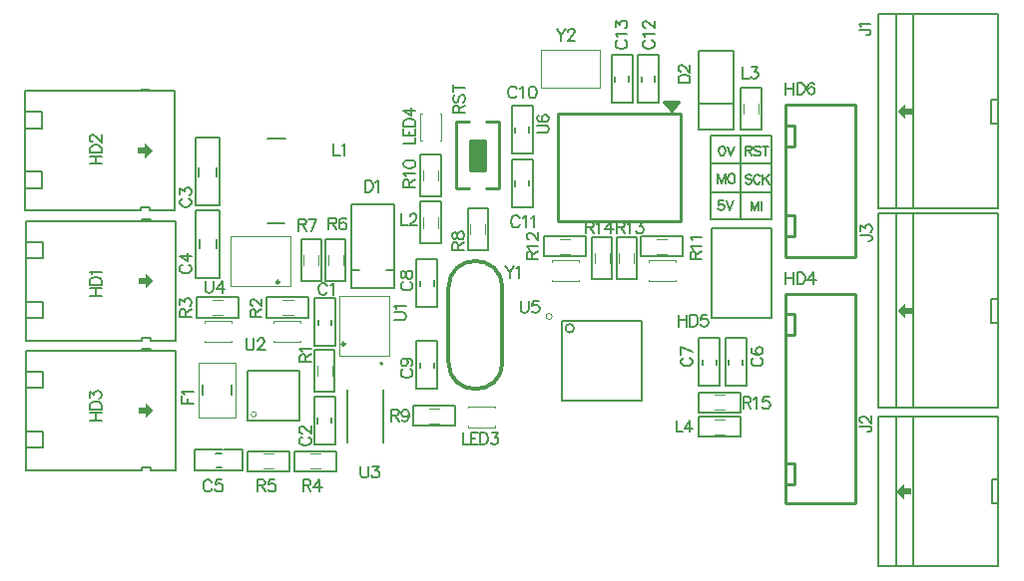
<source format=gto>
G04*
G04 #@! TF.GenerationSoftware,Altium Limited,Altium Designer,18.1.6 (161)*
G04*
G04 Layer_Color=65535*
%FSTAX24Y24*%
%MOIN*%
G70*
G01*
G75*
%ADD10C,0.0000*%
%ADD11C,0.0060*%
%ADD12C,0.0120*%
%ADD13C,0.0098*%
%ADD14C,0.0100*%
%ADD15C,0.0079*%
%ADD16C,0.0050*%
%ADD17C,0.0070*%
%ADD18C,0.0040*%
%ADD19C,0.0039*%
%ADD20C,0.0059*%
%ADD21R,0.0500X0.1000*%
G36*
X01316Y03508D02*
X01291Y03533D01*
Y03518D01*
X01266D01*
Y03498D01*
X01291D01*
Y03483D01*
X01316Y03508D01*
D02*
G37*
G36*
Y0394D02*
X01291Y03965D01*
Y0395D01*
X01266D01*
Y0393D01*
X01291D01*
Y03915D01*
X01316Y0394D01*
D02*
G37*
G36*
X01314Y043756D02*
X01289Y044006D01*
Y043856D01*
X01264D01*
Y043656D01*
X01289D01*
Y043506D01*
X01314Y043756D01*
D02*
G37*
G36*
X03799Y032365D02*
X03824Y032115D01*
Y032265D01*
X03849D01*
Y032465D01*
X03824D01*
Y032615D01*
X03799Y032365D01*
D02*
G37*
G36*
X03804Y0384D02*
X03829Y03815D01*
Y0383D01*
X03854D01*
Y0385D01*
X03829D01*
Y03865D01*
X03804Y0384D01*
D02*
G37*
G36*
X03046Y045114D02*
X03071Y045414D01*
X03021D01*
X03046Y045114D01*
D02*
G37*
G36*
X03804Y04507D02*
X03829Y04482D01*
Y04497D01*
X03854D01*
Y04517D01*
X03829D01*
Y04532D01*
X03804Y04507D01*
D02*
G37*
D10*
X026478Y038214D02*
G03*
X026478Y038214I-0001J0D01*
G01*
X016599Y03494D02*
G03*
X016599Y03494I-000088J0D01*
G01*
D11*
X027211Y037818D02*
G03*
X027211Y037818I-000141J0D01*
G01*
X026811Y038076D02*
X029489D01*
X026811Y035399D02*
Y038076D01*
Y035399D02*
X029489D01*
Y038076D01*
D12*
X02482Y03917D02*
G03*
X02302Y03917I-0009J0D01*
G01*
Y03669D02*
G03*
X02482Y03669I0009J0D01*
G01*
X02302D02*
Y03917D01*
X02482Y03669D02*
Y03917D01*
D13*
X01737Y039361D02*
G03*
X01737Y039361I-000049J0D01*
G01*
X019559Y037299D02*
G03*
X019559Y037299I-000049J0D01*
G01*
D14*
X017371Y039361D02*
G03*
X017371Y039361I-00005J0D01*
G01*
X01956Y037299D02*
G03*
X01956Y037299I-00005J0D01*
G01*
X02666Y045014D02*
X03076D01*
X02666Y041414D02*
Y045014D01*
Y041414D02*
X03076D01*
Y045014D01*
X03046Y045114D02*
X03071Y045414D01*
X03021D02*
X03071D01*
X03021D02*
X03046Y045114D01*
X02427Y04472D02*
X02472D01*
X02326D02*
X02371D01*
X02374Y04311D02*
X02424D01*
Y04411D01*
X02374D02*
X02424D01*
X02374Y04311D02*
Y04411D01*
X02326Y0425D02*
Y04472D01*
X02472Y0425D02*
Y04472D01*
X02427Y0425D02*
X02472D01*
X02326D02*
X02371D01*
X03426Y03261D02*
X03456D01*
Y03331D01*
X03426D02*
X03456D01*
X03426Y03761D02*
X03456D01*
Y03831D01*
X03426D02*
X03456D01*
X03426Y03196D02*
Y03896D01*
Y03196D02*
X03661D01*
Y03896D01*
X03426D02*
X03661D01*
X03426Y04531D02*
X03661D01*
Y04021D02*
Y04531D01*
X03426Y04021D02*
X03661D01*
X03426D02*
Y04531D01*
Y04461D02*
X03456D01*
Y04391D02*
Y04461D01*
X03426Y04391D02*
X03456D01*
X03426Y04161D02*
X03456D01*
Y04091D02*
Y04161D01*
X03426Y04091D02*
X03456D01*
D15*
X020823Y036638D02*
G03*
X020823Y036638I-000039J0D01*
G01*
X032261Y03589D02*
X032961D01*
X032261Y03749D02*
X032961D01*
X032261Y03589D02*
Y03682D01*
Y036834D02*
Y03749D01*
X032961Y036834D02*
Y03749D01*
Y03589D02*
Y03684D01*
X031382Y03589D02*
X032082D01*
X031382Y03749D02*
X032082D01*
X031382Y03589D02*
Y03682D01*
Y036834D02*
Y03749D01*
X032082Y036834D02*
Y03749D01*
Y03589D02*
Y03684D01*
X03181Y04116D02*
X03381D01*
X03181Y03816D02*
Y04116D01*
Y03816D02*
X03381D01*
Y04116D01*
X031359Y047112D02*
X032544D01*
X031359Y044475D02*
Y047112D01*
Y044475D02*
X032544D01*
Y047112D01*
X031367Y04534D02*
X032533D01*
X02934Y046956D02*
X03004D01*
X02934Y045356D02*
X03004D01*
Y046026D02*
Y046956D01*
Y045356D02*
Y046011D01*
X02934Y045356D02*
Y046011D01*
Y046006D02*
Y046956D01*
X028461D02*
X029161D01*
X028461Y045356D02*
X029161D01*
Y046026D02*
Y046956D01*
Y045356D02*
Y046011D01*
X028461Y045356D02*
Y046011D01*
Y046006D02*
Y046956D01*
X02513Y04366D02*
X02583D01*
X02513Y04526D02*
X02583D01*
X02513Y04366D02*
Y04459D01*
Y044604D02*
Y04526D01*
X02583Y044604D02*
Y04526D01*
Y04366D02*
Y04461D01*
X02513Y041881D02*
X02583D01*
X02513Y043481D02*
X02583D01*
X02513Y041881D02*
Y042811D01*
Y042826D02*
Y043481D01*
X02583Y042826D02*
Y043481D01*
Y041881D02*
Y042831D01*
X02195Y035786D02*
X02265D01*
X02195Y037386D02*
X02265D01*
X02195Y035786D02*
Y036716D01*
Y03673D02*
Y037386D01*
X02265Y03673D02*
Y037386D01*
Y035786D02*
Y036736D01*
X02195Y04012D02*
X02265D01*
X02195Y03852D02*
X02265D01*
Y03919D02*
Y04012D01*
Y03852D02*
Y039176D01*
X02195Y03852D02*
Y039176D01*
Y03917D02*
Y04012D01*
X01458Y04419D02*
X01538D01*
Y04193D02*
Y04419D01*
X01469Y04291D02*
Y04319D01*
X01526Y04291D02*
Y04319D01*
X01458Y04193D02*
X01538D01*
X01458D02*
Y04419D01*
Y03951D02*
X01538D01*
X01458D02*
Y04177D01*
X01527Y04051D02*
Y04079D01*
X0147Y04051D02*
Y04079D01*
X01458Y04177D02*
X01538D01*
Y03951D02*
Y04177D01*
X01854Y03722D02*
X01924D01*
X01854Y03882D02*
X01924D01*
X01854Y03722D02*
Y03815D01*
Y038164D02*
Y03882D01*
X01924Y038164D02*
Y03882D01*
Y03722D02*
Y03817D01*
X01853Y035531D02*
X01923D01*
X01853Y033931D02*
X01923D01*
Y034601D02*
Y035531D01*
Y033931D02*
Y034587D01*
X01853Y033931D02*
Y034587D01*
Y034581D02*
Y035531D01*
X015788Y035603D02*
Y035918D01*
X014798Y035613D02*
Y035928D01*
X01455Y03306D02*
Y03376D01*
X01615Y03306D02*
Y03376D01*
X01455D02*
X01548D01*
X015494D02*
X01615D01*
X015494Y03306D02*
X01615D01*
X01455D02*
X0155D01*
X03071Y038274D02*
Y03788D01*
X030972Y038274D02*
Y03788D01*
X03071Y038086D02*
X030972D01*
X031081Y038274D02*
Y03788D01*
Y038274D02*
X031212D01*
X031269Y038255D01*
X031306Y038217D01*
X031325Y03818D01*
X031344Y038124D01*
Y03803D01*
X031325Y037974D01*
X031306Y037936D01*
X031269Y037899D01*
X031212Y03788D01*
X031081D01*
X031657Y038274D02*
X031469D01*
X03145Y038105D01*
X031469Y038124D01*
X031525Y038142D01*
X031582D01*
X031638Y038124D01*
X031675Y038086D01*
X031694Y03803D01*
Y037992D01*
X031675Y037936D01*
X031638Y037899D01*
X031582Y03788D01*
X031525D01*
X031469Y037899D01*
X03145Y037917D01*
X031432Y037955D01*
X03429Y039684D02*
Y03929D01*
X034552Y039684D02*
Y03929D01*
X03429Y039496D02*
X034552D01*
X034661Y039684D02*
Y03929D01*
Y039684D02*
X034792D01*
X034849Y039665D01*
X034886Y039627D01*
X034905Y03959D01*
X034924Y039534D01*
Y03944D01*
X034905Y039384D01*
X034886Y039346D01*
X034849Y039309D01*
X034792Y03929D01*
X034661D01*
X035199Y039684D02*
X035012Y039421D01*
X035293D01*
X035199Y039684D02*
Y03929D01*
X01626Y037484D02*
Y037202D01*
X016279Y037146D01*
X016316Y037109D01*
X016372Y03709D01*
X01641D01*
X016466Y037109D01*
X016504Y037146D01*
X016522Y037202D01*
Y037484D01*
X01665Y03739D02*
Y037409D01*
X016669Y037446D01*
X016687Y037465D01*
X016725Y037484D01*
X0168D01*
X016837Y037465D01*
X016856Y037446D01*
X016875Y037409D01*
Y037371D01*
X016856Y037334D01*
X016819Y037277D01*
X016631Y03709D01*
X016894D01*
X0149Y039404D02*
Y039122D01*
X014919Y039066D01*
X014956Y039029D01*
X015012Y03901D01*
X01505D01*
X015106Y039029D01*
X015144Y039066D01*
X015162Y039122D01*
Y039404D01*
X015459D02*
X015271Y039141D01*
X015552D01*
X015459Y039404D02*
Y03901D01*
X014116Y03531D02*
X01451D01*
X014116D02*
Y035554D01*
X014304Y03531D02*
Y03546D01*
X014191Y035599D02*
X014173Y035636D01*
X014116Y035692D01*
X01451D01*
X02664Y047834D02*
X02679Y047646D01*
Y04744D01*
X02694Y047834D02*
X02679Y047646D01*
X027009Y04774D02*
Y047759D01*
X027028Y047796D01*
X027047Y047815D01*
X027084Y047834D01*
X027159D01*
X027197Y047815D01*
X027215Y047796D01*
X027234Y047759D01*
Y047721D01*
X027215Y047684D01*
X027178Y047627D01*
X026991Y04744D01*
X027253D01*
X02492Y039904D02*
X02507Y039716D01*
Y03951D01*
X02522Y039904D02*
X02507Y039716D01*
X025271Y039829D02*
X025308Y039847D01*
X025364Y039904D01*
Y03951D01*
X025976Y04435D02*
X026258D01*
X026314Y044369D01*
X026351Y044406D01*
X02637Y044462D01*
Y0445D01*
X026351Y044556D01*
X026314Y044594D01*
X026258Y044612D01*
X025976D01*
X026033Y044946D02*
X025995Y044927D01*
X025976Y044871D01*
Y044834D01*
X025995Y044777D01*
X026051Y04474D01*
X026145Y044721D01*
X026239D01*
X026314Y04474D01*
X026351Y044777D01*
X02637Y044834D01*
Y044852D01*
X026351Y044909D01*
X026314Y044946D01*
X026258Y044965D01*
X026239D01*
X026183Y044946D01*
X026145Y044909D01*
X026126Y044852D01*
Y044834D01*
X026145Y044777D01*
X026183Y04474D01*
X026239Y044721D01*
X02543Y038734D02*
Y038452D01*
X025449Y038396D01*
X025486Y038359D01*
X025542Y03834D01*
X02558D01*
X025636Y038359D01*
X025674Y038396D01*
X025692Y038452D01*
Y038734D01*
X026026D02*
X025839D01*
X02582Y038565D01*
X025839Y038584D01*
X025895Y038602D01*
X025951D01*
X026007Y038584D01*
X026045Y038546D01*
X026064Y03849D01*
Y038452D01*
X026045Y038396D01*
X026007Y038359D01*
X025951Y03834D01*
X025895D01*
X025839Y038359D01*
X02582Y038377D01*
X025801Y038415D01*
X02008Y033214D02*
Y032932D01*
X020099Y032876D01*
X020136Y032839D01*
X020192Y03282D01*
X02023D01*
X020286Y032839D01*
X020324Y032876D01*
X020342Y032932D01*
Y033214D01*
X020489D02*
X020695D01*
X020582Y033064D01*
X020639D01*
X020676Y033045D01*
X020695Y033026D01*
X020714Y03297D01*
Y032932D01*
X020695Y032876D01*
X020657Y032839D01*
X020601Y03282D01*
X020545D01*
X020489Y032839D01*
X02047Y032857D01*
X020451Y032895D01*
X021206Y03809D02*
X021488D01*
X021544Y038109D01*
X021581Y038146D01*
X0216Y038202D01*
Y03824D01*
X021581Y038296D01*
X021544Y038334D01*
X021488Y038352D01*
X021206D01*
X021281Y038461D02*
X021263Y038499D01*
X021206Y038555D01*
X0216D01*
X023176Y04502D02*
X02357D01*
X023176D02*
Y045189D01*
X023195Y045245D01*
X023214Y045264D01*
X023251Y045282D01*
X023289D01*
X023326Y045264D01*
X023345Y045245D01*
X023364Y045189D01*
Y04502D01*
Y045151D02*
X02357Y045282D01*
X023233Y045633D02*
X023195Y045595D01*
X023176Y045539D01*
Y045464D01*
X023195Y045408D01*
X023233Y045371D01*
X02327D01*
X023308Y045389D01*
X023326Y045408D01*
X023345Y045445D01*
X023383Y045558D01*
X023401Y045595D01*
X02342Y045614D01*
X023458Y045633D01*
X023514D01*
X023551Y045595D01*
X02357Y045539D01*
Y045464D01*
X023551Y045408D01*
X023514Y045371D01*
X023176Y045852D02*
X02357D01*
X023176Y045721D02*
Y045983D01*
X03286Y035524D02*
Y03513D01*
Y035524D02*
X033029D01*
X033085Y035505D01*
X033104Y035486D01*
X033122Y035449D01*
Y035411D01*
X033104Y035374D01*
X033085Y035355D01*
X033029Y035336D01*
X03286D01*
X032991D02*
X033122Y03513D01*
X033211Y035449D02*
X033248Y035467D01*
X033304Y035524D01*
Y03513D01*
X033724Y035524D02*
X033537D01*
X033518Y035355D01*
X033537Y035374D01*
X033593Y035392D01*
X033649D01*
X033705Y035374D01*
X033743Y035336D01*
X033762Y03528D01*
Y035242D01*
X033743Y035186D01*
X033705Y035149D01*
X033649Y03513D01*
X033593D01*
X033537Y035149D01*
X033518Y035167D01*
X033499Y035205D01*
X02761Y041384D02*
Y04099D01*
Y041384D02*
X027779D01*
X027835Y041365D01*
X027854Y041346D01*
X027872Y041309D01*
Y041271D01*
X027854Y041234D01*
X027835Y041215D01*
X027779Y041196D01*
X02761D01*
X027741D02*
X027872Y04099D01*
X027961Y041309D02*
X027998Y041327D01*
X028054Y041384D01*
Y04099D01*
X028437Y041384D02*
X028249Y041121D01*
X02853D01*
X028437Y041384D02*
Y04099D01*
X02864Y041384D02*
Y04099D01*
Y041384D02*
X028809D01*
X028865Y041365D01*
X028884Y041346D01*
X028902Y041309D01*
Y041271D01*
X028884Y041234D01*
X028865Y041215D01*
X028809Y041196D01*
X02864D01*
X028771D02*
X028902Y04099D01*
X028991Y041309D02*
X029028Y041327D01*
X029084Y041384D01*
Y04099D01*
X029317Y041384D02*
X029523D01*
X02941Y041234D01*
X029467D01*
X029504Y041215D01*
X029523Y041196D01*
X029542Y04114D01*
Y041102D01*
X029523Y041046D01*
X029485Y041009D01*
X029429Y04099D01*
X029373D01*
X029317Y041009D01*
X029298Y041027D01*
X029279Y041065D01*
X025626Y04013D02*
X02602D01*
X025626D02*
Y040299D01*
X025645Y040355D01*
X025664Y040374D01*
X025701Y040392D01*
X025739D01*
X025776Y040374D01*
X025795Y040355D01*
X025814Y040299D01*
Y04013D01*
Y040261D02*
X02602Y040392D01*
X025701Y040481D02*
X025683Y040518D01*
X025626Y040574D01*
X02602D01*
X02572Y040788D02*
X025701D01*
X025664Y040807D01*
X025645Y040825D01*
X025626Y040863D01*
Y040938D01*
X025645Y040975D01*
X025664Y040994D01*
X025701Y041013D01*
X025739D01*
X025776Y040994D01*
X025833Y040957D01*
X02602Y040769D01*
Y041032D01*
X031096Y04013D02*
X03149D01*
X031096D02*
Y040299D01*
X031115Y040355D01*
X031134Y040374D01*
X031171Y040392D01*
X031209D01*
X031246Y040374D01*
X031265Y040355D01*
X031284Y040299D01*
Y04013D01*
Y040261D02*
X03149Y040392D01*
X031171Y040481D02*
X031153Y040518D01*
X031096Y040574D01*
X03149D01*
X031171Y040769D02*
X031153Y040807D01*
X031096Y040863D01*
X03149D01*
X021516Y04254D02*
X02191D01*
X021516D02*
Y042709D01*
X021535Y042765D01*
X021554Y042784D01*
X021591Y042802D01*
X021629D01*
X021666Y042784D01*
X021685Y042765D01*
X021704Y042709D01*
Y04254D01*
Y042671D02*
X02191Y042802D01*
X021591Y042891D02*
X021573Y042928D01*
X021516Y042984D01*
X02191D01*
X021516Y043292D02*
X021535Y043235D01*
X021591Y043198D01*
X021685Y043179D01*
X021741D01*
X021835Y043198D01*
X021891Y043235D01*
X02191Y043292D01*
Y043329D01*
X021891Y043385D01*
X021835Y043423D01*
X021741Y043442D01*
X021685D01*
X021591Y043423D01*
X021535Y043385D01*
X021516Y043329D01*
Y043292D01*
X0211Y035104D02*
Y03471D01*
Y035104D02*
X021269D01*
X021325Y035085D01*
X021344Y035066D01*
X021362Y035029D01*
Y034991D01*
X021344Y034954D01*
X021325Y034935D01*
X021269Y034916D01*
X0211D01*
X021231D02*
X021362Y03471D01*
X021694Y034972D02*
X021675Y034916D01*
X021638Y034879D01*
X021582Y03486D01*
X021563D01*
X021507Y034879D01*
X021469Y034916D01*
X021451Y034972D01*
Y034991D01*
X021469Y035047D01*
X021507Y035085D01*
X021563Y035104D01*
X021582D01*
X021638Y035085D01*
X021675Y035047D01*
X021694Y034972D01*
Y034879D01*
X021675Y034785D01*
X021638Y034729D01*
X021582Y03471D01*
X021544D01*
X021488Y034729D01*
X021469Y034766D01*
X023146Y04044D02*
X02354D01*
X023146D02*
Y040609D01*
X023165Y040665D01*
X023184Y040684D01*
X023221Y040702D01*
X023259D01*
X023296Y040684D01*
X023315Y040665D01*
X023334Y040609D01*
Y04044D01*
Y040571D02*
X02354Y040702D01*
X023146Y040884D02*
X023165Y040828D01*
X023203Y040809D01*
X02324D01*
X023278Y040828D01*
X023296Y040865D01*
X023315Y04094D01*
X023334Y040997D01*
X023371Y041034D01*
X023409Y041053D01*
X023465D01*
X023503Y041034D01*
X023521Y041015D01*
X02354Y040959D01*
Y040884D01*
X023521Y040828D01*
X023503Y040809D01*
X023465Y040791D01*
X023409D01*
X023371Y040809D01*
X023334Y040847D01*
X023315Y040903D01*
X023296Y040978D01*
X023278Y041015D01*
X02324Y041034D01*
X023203D01*
X023165Y041015D01*
X023146Y040959D01*
Y040884D01*
X018Y041474D02*
Y04108D01*
Y041474D02*
X018169D01*
X018225Y041455D01*
X018244Y041436D01*
X018262Y041399D01*
Y041361D01*
X018244Y041324D01*
X018225Y041305D01*
X018169Y041286D01*
X018D01*
X018131D02*
X018262Y04108D01*
X018613Y041474D02*
X018425Y04108D01*
X018351Y041474D02*
X018613D01*
X01902Y041514D02*
Y04112D01*
Y041514D02*
X019189D01*
X019245Y041495D01*
X019264Y041476D01*
X019282Y041439D01*
Y041401D01*
X019264Y041364D01*
X019245Y041345D01*
X019189Y041326D01*
X01902D01*
X019151D02*
X019282Y04112D01*
X019595Y041457D02*
X019577Y041495D01*
X01952Y041514D01*
X019483D01*
X019427Y041495D01*
X019389Y041439D01*
X019371Y041345D01*
Y041251D01*
X019389Y041176D01*
X019427Y041139D01*
X019483Y04112D01*
X019502D01*
X019558Y041139D01*
X019595Y041176D01*
X019614Y041232D01*
Y041251D01*
X019595Y041307D01*
X019558Y041345D01*
X019502Y041364D01*
X019483D01*
X019427Y041345D01*
X019389Y041307D01*
X019371Y041251D01*
X01664Y032754D02*
Y03236D01*
Y032754D02*
X016809D01*
X016865Y032735D01*
X016884Y032716D01*
X016902Y032679D01*
Y032641D01*
X016884Y032604D01*
X016865Y032585D01*
X016809Y032566D01*
X01664D01*
X016771D02*
X016902Y03236D01*
X017215Y032754D02*
X017028D01*
X017009Y032585D01*
X017028Y032604D01*
X017084Y032622D01*
X01714D01*
X017197Y032604D01*
X017234Y032566D01*
X017253Y03251D01*
Y032472D01*
X017234Y032416D01*
X017197Y032379D01*
X01714Y03236D01*
X017084D01*
X017028Y032379D01*
X017009Y032397D01*
X016991Y032435D01*
X01816Y032754D02*
Y03236D01*
Y032754D02*
X018329D01*
X018385Y032735D01*
X018404Y032716D01*
X018422Y032679D01*
Y032641D01*
X018404Y032604D01*
X018385Y032585D01*
X018329Y032566D01*
X01816D01*
X018291D02*
X018422Y03236D01*
X018698Y032754D02*
X018511Y032491D01*
X018792D01*
X018698Y032754D02*
Y03236D01*
X014046Y03821D02*
X01444D01*
X014046D02*
Y038379D01*
X014065Y038435D01*
X014084Y038454D01*
X014121Y038472D01*
X014159D01*
X014196Y038454D01*
X014215Y038435D01*
X014234Y038379D01*
Y03821D01*
Y038341D02*
X01444Y038472D01*
X014046Y038598D02*
Y038804D01*
X014196Y038692D01*
Y038748D01*
X014215Y038785D01*
X014234Y038804D01*
X01429Y038823D01*
X014328D01*
X014384Y038804D01*
X014421Y038767D01*
X01444Y03871D01*
Y038654D01*
X014421Y038598D01*
X014403Y038579D01*
X014365Y038561D01*
X016396Y0382D02*
X01679D01*
X016396D02*
Y038369D01*
X016415Y038425D01*
X016434Y038444D01*
X016471Y038462D01*
X016509D01*
X016546Y038444D01*
X016565Y038425D01*
X016584Y038369D01*
Y0382D01*
Y038331D02*
X01679Y038462D01*
X01649Y038569D02*
X016471D01*
X016434Y038588D01*
X016415Y038607D01*
X016396Y038644D01*
Y038719D01*
X016415Y038757D01*
X016434Y038775D01*
X016471Y038794D01*
X016509D01*
X016546Y038775D01*
X016603Y038738D01*
X01679Y038551D01*
Y038813D01*
X018056Y03669D02*
X01845D01*
X018056D02*
Y036859D01*
X018075Y036915D01*
X018094Y036934D01*
X018131Y036952D01*
X018169D01*
X018206Y036934D01*
X018225Y036915D01*
X018244Y036859D01*
Y03669D01*
Y036821D02*
X01845Y036952D01*
X018131Y037041D02*
X018113Y037078D01*
X018056Y037134D01*
X01845D01*
X021516Y04399D02*
X02191D01*
Y044215D01*
X021516Y044502D02*
Y044258D01*
X02191D01*
Y044502D01*
X021704Y044258D02*
Y044408D01*
X021516Y044567D02*
X02191D01*
X021516D02*
Y044699D01*
X021535Y044755D01*
X021573Y044792D01*
X02161Y044811D01*
X021666Y04483D01*
X02176D01*
X021816Y044811D01*
X021854Y044792D01*
X021891Y044755D01*
X02191Y044699D01*
Y044567D01*
X021516Y045105D02*
X021779Y044918D01*
Y045199D01*
X021516Y045105D02*
X02191D01*
X0235Y034325D02*
Y033931D01*
X023725D01*
X024012Y034325D02*
X023768D01*
Y033931D01*
X024012D01*
X023768Y034137D02*
X023918D01*
X024077Y034325D02*
Y033931D01*
Y034325D02*
X024209D01*
X024265Y034306D01*
X024302Y034269D01*
X024321Y034231D01*
X02434Y034175D01*
Y034081D01*
X024321Y034025D01*
X024302Y033987D01*
X024265Y03395D01*
X024209Y033931D01*
X024077D01*
X024465Y034325D02*
X024671D01*
X024559Y034175D01*
X024615D01*
X024653Y034156D01*
X024671Y034137D01*
X02469Y034081D01*
Y034044D01*
X024671Y033987D01*
X024634Y03395D01*
X024578Y033931D01*
X024522D01*
X024465Y03395D01*
X024447Y033969D01*
X024428Y034006D01*
X03063Y034744D02*
Y03435D01*
X030855D01*
X031085Y034744D02*
X030898Y034481D01*
X031179D01*
X031085Y034744D02*
Y03435D01*
X03284Y046564D02*
Y04617D01*
X033065D01*
X033146Y046564D02*
X033352D01*
X033239Y046414D01*
X033295D01*
X033333Y046395D01*
X033352Y046376D01*
X03337Y04632D01*
Y046282D01*
X033352Y046226D01*
X033314Y046189D01*
X033258Y04617D01*
X033202D01*
X033146Y046189D01*
X033127Y046207D01*
X033108Y046245D01*
X02144Y041654D02*
Y04126D01*
X021665D01*
X021727Y04156D02*
Y041579D01*
X021746Y041616D01*
X021764Y041635D01*
X021802Y041654D01*
X021877D01*
X021914Y041635D01*
X021933Y041616D01*
X021952Y041579D01*
Y041541D01*
X021933Y041504D01*
X021895Y041447D01*
X021708Y04126D01*
X02197D01*
X01919Y043994D02*
Y0436D01*
X019415D01*
X019458Y043919D02*
X019496Y043937D01*
X019552Y043994D01*
Y0436D01*
X036776Y040927D02*
X037076D01*
X037133Y040909D01*
X037151Y04089D01*
X03717Y040852D01*
Y040815D01*
X037151Y040777D01*
X037133Y040759D01*
X037076Y04074D01*
X037039D01*
X036776Y041066D02*
Y041272D01*
X036926Y04116D01*
Y041216D01*
X036945Y041254D01*
X036964Y041272D01*
X03702Y041291D01*
X037058D01*
X037114Y041272D01*
X037151Y041235D01*
X03717Y041179D01*
Y041122D01*
X037151Y041066D01*
X037133Y041047D01*
X037095Y041029D01*
X036756Y034537D02*
X037056D01*
X037113Y034519D01*
X037131Y0345D01*
X03715Y034462D01*
Y034425D01*
X037131Y034387D01*
X037113Y034369D01*
X037056Y03435D01*
X037019D01*
X03685Y034657D02*
X036831D01*
X036794Y034676D01*
X036775Y034695D01*
X036756Y034732D01*
Y034807D01*
X036775Y034845D01*
X036794Y034864D01*
X036831Y034882D01*
X036869D01*
X036906Y034864D01*
X036963Y034826D01*
X03715Y034639D01*
Y034901D01*
X036726Y047807D02*
X037026D01*
X037083Y047789D01*
X037101Y04777D01*
X03712Y047732D01*
Y047695D01*
X037101Y047657D01*
X037083Y047639D01*
X037026Y04762D01*
X036989D01*
X036801Y047909D02*
X036783Y047946D01*
X036726Y048002D01*
X03712D01*
X03429Y046034D02*
Y04564D01*
X034552Y046034D02*
Y04564D01*
X03429Y045846D02*
X034552D01*
X034661Y046034D02*
Y04564D01*
Y046034D02*
X034792D01*
X034849Y046015D01*
X034886Y045977D01*
X034905Y04594D01*
X034924Y045884D01*
Y04579D01*
X034905Y045734D01*
X034886Y045696D01*
X034849Y045659D01*
X034792Y04564D01*
X034661D01*
X035237Y045977D02*
X035218Y046015D01*
X035162Y046034D01*
X035124D01*
X035068Y046015D01*
X03503Y045959D01*
X035012Y045865D01*
Y045771D01*
X03503Y045696D01*
X035068Y045659D01*
X035124Y04564D01*
X035143D01*
X035199Y045659D01*
X035237Y045696D01*
X035255Y045752D01*
Y045771D01*
X035237Y045827D01*
X035199Y045865D01*
X035143Y045884D01*
X035124D01*
X035068Y045865D01*
X03503Y045827D01*
X035012Y045771D01*
X011036Y04332D02*
X01143D01*
X011036Y043582D02*
X01143D01*
X011224Y04332D02*
Y043582D01*
X011036Y043691D02*
X01143D01*
X011036D02*
Y043822D01*
X011055Y043879D01*
X011093Y043916D01*
X01113Y043935D01*
X011186Y043954D01*
X01128D01*
X011336Y043935D01*
X011374Y043916D01*
X011411Y043879D01*
X01143Y043822D01*
Y043691D01*
X01113Y04406D02*
X011111D01*
X011074Y044079D01*
X011055Y044098D01*
X011036Y044135D01*
Y04421D01*
X011055Y044248D01*
X011074Y044267D01*
X011111Y044285D01*
X011149D01*
X011186Y044267D01*
X011243Y044229D01*
X01143Y044042D01*
Y044304D01*
X011036Y0389D02*
X01143D01*
X011036Y039162D02*
X01143D01*
X011224Y0389D02*
Y039162D01*
X011036Y039271D02*
X01143D01*
X011036D02*
Y039402D01*
X011055Y039459D01*
X011093Y039496D01*
X01113Y039515D01*
X011186Y039534D01*
X01128D01*
X011336Y039515D01*
X011374Y039496D01*
X011411Y039459D01*
X01143Y039402D01*
Y039271D01*
X011111Y039622D02*
X011093Y039659D01*
X011036Y039715D01*
X01143D01*
X011036Y034743D02*
X01143D01*
X011036Y035006D02*
X01143D01*
X011224Y034743D02*
Y035006D01*
X011036Y035114D02*
X01143D01*
X011036D02*
Y035246D01*
X011055Y035302D01*
X011093Y035339D01*
X01113Y035358D01*
X011186Y035377D01*
X01128D01*
X011336Y035358D01*
X011374Y035339D01*
X011411Y035302D01*
X01143Y035246D01*
Y035114D01*
X011036Y035502D02*
Y035709D01*
X011186Y035596D01*
Y035652D01*
X011205Y03569D01*
X011224Y035709D01*
X01128Y035727D01*
X011318D01*
X011374Y035709D01*
X011411Y035671D01*
X01143Y035615D01*
Y035559D01*
X011411Y035502D01*
X011393Y035484D01*
X011355Y035465D01*
X030696Y04603D02*
X03109D01*
X030696D02*
Y046161D01*
X030715Y046217D01*
X030753Y046255D01*
X03079Y046274D01*
X030846Y046292D01*
X03094D01*
X030996Y046274D01*
X031034Y046255D01*
X031071Y046217D01*
X03109Y046161D01*
Y04603D01*
X03079Y046399D02*
X030771D01*
X030734Y046418D01*
X030715Y046437D01*
X030696Y046474D01*
Y046549D01*
X030715Y046587D01*
X030734Y046605D01*
X030771Y046624D01*
X030809D01*
X030846Y046605D01*
X030903Y046568D01*
X03109Y046381D01*
Y046643D01*
X02023Y042774D02*
Y04238D01*
Y042774D02*
X020361D01*
X020417Y042755D01*
X020455Y042717D01*
X020474Y04268D01*
X020492Y042624D01*
Y04253D01*
X020474Y042474D01*
X020455Y042436D01*
X020417Y042399D01*
X020361Y04238D01*
X02023D01*
X020581Y042699D02*
X020618Y042717D01*
X020674Y042774D01*
Y04238D01*
X02869Y047451D02*
X028653Y047432D01*
X028615Y047395D01*
X028596Y047357D01*
Y047282D01*
X028615Y047245D01*
X028653Y047207D01*
X02869Y047189D01*
X028746Y04717D01*
X02884D01*
X028896Y047189D01*
X028934Y047207D01*
X028971Y047245D01*
X02899Y047282D01*
Y047357D01*
X028971Y047395D01*
X028934Y047432D01*
X028896Y047451D01*
X028671Y047562D02*
X028653Y047599D01*
X028596Y047655D01*
X02899D01*
X028596Y047888D02*
Y048094D01*
X028746Y047982D01*
Y048038D01*
X028765Y048075D01*
X028784Y048094D01*
X02884Y048113D01*
X028878D01*
X028934Y048094D01*
X028971Y048057D01*
X02899Y048D01*
Y047944D01*
X028971Y047888D01*
X028953Y047869D01*
X028915Y04785D01*
X0296Y047451D02*
X029563Y047432D01*
X029525Y047395D01*
X029506Y047357D01*
Y047282D01*
X029525Y047245D01*
X029563Y047207D01*
X0296Y047189D01*
X029656Y04717D01*
X02975D01*
X029806Y047189D01*
X029844Y047207D01*
X029881Y047245D01*
X0299Y047282D01*
Y047357D01*
X029881Y047395D01*
X029844Y047432D01*
X029806Y047451D01*
X029581Y047562D02*
X029563Y047599D01*
X029506Y047655D01*
X0299D01*
X0296Y047869D02*
X029581D01*
X029544Y047888D01*
X029525Y047907D01*
X029506Y047944D01*
Y048019D01*
X029525Y048057D01*
X029544Y048075D01*
X029581Y048094D01*
X029619D01*
X029656Y048075D01*
X029713Y048038D01*
X0299Y04785D01*
Y048113D01*
X025391Y04149D02*
X025372Y041527D01*
X025335Y041565D01*
X025297Y041584D01*
X025222D01*
X025185Y041565D01*
X025147Y041527D01*
X025129Y04149D01*
X02511Y041434D01*
Y04134D01*
X025129Y041284D01*
X025147Y041246D01*
X025185Y041209D01*
X025222Y04119D01*
X025297D01*
X025335Y041209D01*
X025372Y041246D01*
X025391Y041284D01*
X025502Y041509D02*
X025539Y041527D01*
X025595Y041584D01*
Y04119D01*
X02579Y041509D02*
X025828Y041527D01*
X025884Y041584D01*
Y04119D01*
X025301Y04582D02*
X025282Y045857D01*
X025245Y045895D01*
X025207Y045914D01*
X025132D01*
X025095Y045895D01*
X025057Y045857D01*
X025039Y04582D01*
X02502Y045764D01*
Y04567D01*
X025039Y045614D01*
X025057Y045576D01*
X025095Y045539D01*
X025132Y04552D01*
X025207D01*
X025245Y045539D01*
X025282Y045576D01*
X025301Y045614D01*
X025412Y045839D02*
X025449Y045857D01*
X025505Y045914D01*
Y04552D01*
X025813Y045914D02*
X025757Y045895D01*
X025719Y045839D01*
X0257Y045745D01*
Y045689D01*
X025719Y045595D01*
X025757Y045539D01*
X025813Y04552D01*
X02585D01*
X025907Y045539D01*
X025944Y045595D01*
X025963Y045689D01*
Y045745D01*
X025944Y045839D01*
X025907Y045895D01*
X02585Y045914D01*
X025813D01*
X02152Y036451D02*
X021483Y036432D01*
X021445Y036395D01*
X021426Y036357D01*
Y036282D01*
X021445Y036245D01*
X021483Y036207D01*
X02152Y036189D01*
X021576Y03617D01*
X02167D01*
X021726Y036189D01*
X021764Y036207D01*
X021801Y036245D01*
X02182Y036282D01*
Y036357D01*
X021801Y036395D01*
X021764Y036432D01*
X021726Y036451D01*
X021558Y036805D02*
X021614Y036787D01*
X021651Y036749D01*
X02167Y036693D01*
Y036674D01*
X021651Y036618D01*
X021614Y03658D01*
X021558Y036562D01*
X021539D01*
X021483Y03658D01*
X021445Y036618D01*
X021426Y036674D01*
Y036693D01*
X021445Y036749D01*
X021483Y036787D01*
X021558Y036805D01*
X021651D01*
X021745Y036787D01*
X021801Y036749D01*
X02182Y036693D01*
Y036655D01*
X021801Y036599D01*
X021764Y03658D01*
X02152Y039371D02*
X021483Y039352D01*
X021445Y039315D01*
X021426Y039277D01*
Y039202D01*
X021445Y039165D01*
X021483Y039127D01*
X02152Y039109D01*
X021576Y03909D01*
X02167D01*
X021726Y039109D01*
X021764Y039127D01*
X021801Y039165D01*
X02182Y039202D01*
Y039277D01*
X021801Y039315D01*
X021764Y039352D01*
X021726Y039371D01*
X021426Y039575D02*
X021445Y039519D01*
X021483Y0395D01*
X02152D01*
X021558Y039519D01*
X021576Y039557D01*
X021595Y039632D01*
X021614Y039688D01*
X021651Y039725D01*
X021689Y039744D01*
X021745D01*
X021783Y039725D01*
X021801Y039707D01*
X02182Y03965D01*
Y039575D01*
X021801Y039519D01*
X021783Y0395D01*
X021745Y039482D01*
X021689D01*
X021651Y0395D01*
X021614Y039538D01*
X021595Y039594D01*
X021576Y039669D01*
X021558Y039707D01*
X02152Y039725D01*
X021483D01*
X021445Y039707D01*
X021426Y03965D01*
Y039575D01*
X03087Y036831D02*
X030833Y036812D01*
X030795Y036775D01*
X030776Y036737D01*
Y036662D01*
X030795Y036625D01*
X030833Y036587D01*
X03087Y036569D01*
X030926Y03655D01*
X03102D01*
X031076Y036569D01*
X031114Y036587D01*
X031151Y036625D01*
X03117Y036662D01*
Y036737D01*
X031151Y036775D01*
X031114Y036812D01*
X031076Y036831D01*
X030776Y037204D02*
X03117Y037017D01*
X030776Y036942D02*
Y037204D01*
X03322Y036831D02*
X033183Y036812D01*
X033145Y036775D01*
X033126Y036737D01*
Y036662D01*
X033145Y036625D01*
X033183Y036587D01*
X03322Y036569D01*
X033276Y03655D01*
X03337D01*
X033426Y036569D01*
X033464Y036587D01*
X033501Y036625D01*
X03352Y036662D01*
Y036737D01*
X033501Y036775D01*
X033464Y036812D01*
X033426Y036831D01*
X033183Y037167D02*
X033145Y037148D01*
X033126Y037092D01*
Y037054D01*
X033145Y036998D01*
X033201Y03696D01*
X033295Y036942D01*
X033389D01*
X033464Y03696D01*
X033501Y036998D01*
X03352Y037054D01*
Y037073D01*
X033501Y037129D01*
X033464Y037167D01*
X033408Y037185D01*
X033389D01*
X033333Y037167D01*
X033295Y037129D01*
X033276Y037073D01*
Y037054D01*
X033295Y036998D01*
X033333Y03696D01*
X033389Y036942D01*
X01413Y039941D02*
X014093Y039922D01*
X014055Y039885D01*
X014036Y039847D01*
Y039772D01*
X014055Y039735D01*
X014093Y039697D01*
X01413Y039679D01*
X014186Y03966D01*
X01428D01*
X014336Y039679D01*
X014374Y039697D01*
X014411Y039735D01*
X01443Y039772D01*
Y039847D01*
X014411Y039885D01*
X014374Y039922D01*
X014336Y039941D01*
X014036Y040239D02*
X014299Y040052D01*
Y040333D01*
X014036Y040239D02*
X01443D01*
X01414Y042161D02*
X014103Y042142D01*
X014065Y042105D01*
X014046Y042067D01*
Y041992D01*
X014065Y041955D01*
X014103Y041917D01*
X01414Y041899D01*
X014196Y04188D01*
X01429D01*
X014346Y041899D01*
X014384Y041917D01*
X014421Y041955D01*
X01444Y041992D01*
Y042067D01*
X014421Y042105D01*
X014384Y042142D01*
X014346Y042161D01*
X014046Y042309D02*
Y042515D01*
X014196Y042403D01*
Y042459D01*
X014215Y042497D01*
X014234Y042515D01*
X01429Y042534D01*
X014328D01*
X014384Y042515D01*
X014421Y042478D01*
X01444Y042422D01*
Y042365D01*
X014421Y042309D01*
X014403Y04229D01*
X014365Y042272D01*
X015111Y03266D02*
X015092Y032697D01*
X015055Y032735D01*
X015017Y032754D01*
X014942D01*
X014905Y032735D01*
X014867Y032697D01*
X014849Y03266D01*
X01483Y032604D01*
Y03251D01*
X014849Y032454D01*
X014867Y032416D01*
X014905Y032379D01*
X014942Y03236D01*
X015017D01*
X015055Y032379D01*
X015092Y032416D01*
X015111Y032454D01*
X015447Y032754D02*
X015259D01*
X01524Y032585D01*
X015259Y032604D01*
X015315Y032622D01*
X015372D01*
X015428Y032604D01*
X015465Y032566D01*
X015484Y03251D01*
Y032472D01*
X015465Y032416D01*
X015428Y032379D01*
X015372Y03236D01*
X015315D01*
X015259Y032379D01*
X01524Y032397D01*
X015222Y032435D01*
X01813Y034181D02*
X018093Y034162D01*
X018055Y034125D01*
X018036Y034087D01*
Y034012D01*
X018055Y033975D01*
X018093Y033937D01*
X01813Y033919D01*
X018186Y0339D01*
X01828D01*
X018336Y033919D01*
X018374Y033937D01*
X018411Y033975D01*
X01843Y034012D01*
Y034087D01*
X018411Y034125D01*
X018374Y034162D01*
X018336Y034181D01*
X01813Y03431D02*
X018111D01*
X018074Y034329D01*
X018055Y034348D01*
X018036Y034385D01*
Y03446D01*
X018055Y034498D01*
X018074Y034517D01*
X018111Y034535D01*
X018149D01*
X018186Y034517D01*
X018243Y034479D01*
X01843Y034292D01*
Y034554D01*
X018961Y03924D02*
X018942Y039277D01*
X018905Y039315D01*
X018867Y039334D01*
X018792D01*
X018755Y039315D01*
X018717Y039277D01*
X018699Y03924D01*
X01868Y039184D01*
Y03909D01*
X018699Y039034D01*
X018717Y038996D01*
X018755Y038959D01*
X018792Y03894D01*
X018867D01*
X018905Y038959D01*
X018942Y038996D01*
X018961Y039034D01*
X019072Y039259D02*
X019109Y039277D01*
X019165Y039334D01*
Y03894D01*
D16*
X03178Y04238D02*
X03382D01*
X03178Y04332D02*
X03382D01*
X03277Y04147D02*
Y04427D01*
X03178Y04147D02*
Y04427D01*
X03382D01*
Y04147D02*
Y04427D01*
X03178Y04147D02*
X03382D01*
X03137Y03501D02*
X03277D01*
Y03568D01*
X03137D02*
X03277D01*
X03137Y03501D02*
Y03568D01*
Y03487D02*
X03277D01*
X03137Y0342D02*
Y03487D01*
Y0342D02*
X03277D01*
Y03487D01*
X029445Y040225D02*
X030845D01*
Y040895D01*
X029445D02*
X030845D01*
X029445Y040225D02*
Y040895D01*
X028625Y03946D02*
Y04086D01*
Y03946D02*
X029295D01*
Y04086D01*
X028625D02*
X029295D01*
X027805Y03946D02*
Y04086D01*
Y03946D02*
X028475D01*
Y04086D01*
X027805D02*
X028475D01*
X02621Y040905D02*
X02761D01*
X02621Y040235D02*
Y040905D01*
Y040235D02*
X02761D01*
Y040905D01*
X02433Y04043D02*
Y04183D01*
X02366D02*
X02433D01*
X02366Y04043D02*
Y04183D01*
Y04043D02*
X02433D01*
X02276Y04224D02*
Y04364D01*
X02209D02*
X02276D01*
X02209Y04224D02*
Y04364D01*
Y04224D02*
X02276D01*
Y04065D02*
Y04205D01*
X02209D02*
X02276D01*
X02209Y04065D02*
Y04205D01*
Y04065D02*
X02276D01*
X02185Y03455D02*
X02325D01*
Y03522D01*
X02185D02*
X02325D01*
X02185Y03455D02*
Y03522D01*
X01697Y04418D02*
X01756D01*
X01696Y04133D02*
X01755D01*
X01891Y03941D02*
Y04081D01*
Y03941D02*
X01958D01*
Y04081D01*
X01891D02*
X01958D01*
X01877Y03941D02*
Y04081D01*
X0181D02*
X01877D01*
X0181Y03941D02*
Y04081D01*
Y03941D02*
X01877D01*
X019787Y04198D02*
X019957D01*
X021213Y039517D02*
Y041643D01*
X019787Y039517D02*
Y04198D01*
Y03918D02*
Y039517D01*
Y03918D02*
X021213D01*
Y039517D01*
X019787Y03978D02*
X02005D01*
X02095D02*
X021213D01*
X019957Y04198D02*
X021213D01*
Y041643D02*
Y04198D01*
X016955Y03885D02*
X018355D01*
X016955Y03818D02*
Y03885D01*
Y03818D02*
X018355D01*
Y03885D01*
X01461Y03818D02*
X01601D01*
Y03885D01*
X01461D02*
X01601D01*
X01461Y03818D02*
Y03885D01*
X01922Y0357D02*
Y0371D01*
X01855D02*
X01922D01*
X01855Y0357D02*
Y0371D01*
Y0357D02*
X01922D01*
X020838Y034004D02*
Y035776D01*
X019646Y034004D02*
Y035776D01*
X016314Y034743D02*
X018046D01*
Y036397D01*
X016314D02*
X018046D01*
X016314Y034743D02*
Y036397D01*
X017865Y033716D02*
X019265D01*
X017865Y033046D02*
Y033716D01*
Y033046D02*
X019265D01*
Y033716D01*
X016314Y033046D02*
X017714D01*
Y033716D01*
X016314D02*
X017714D01*
X016314Y033046D02*
Y033716D01*
X03279Y04447D02*
X03346D01*
X03279D02*
Y04587D01*
X03346D01*
Y04447D02*
Y04587D01*
D17*
X032381Y03659D02*
Y03677D01*
X032841Y0366D02*
Y03678D01*
X031502Y03659D02*
Y03677D01*
X031962Y0366D02*
Y03678D01*
X04119Y032765D02*
X04139D01*
X04119Y031965D02*
Y032765D01*
Y031965D02*
X04139D01*
X03799Y029865D02*
Y034865D01*
X03854Y029865D02*
Y034865D01*
X03739Y029865D02*
X04139D01*
X03739D02*
Y034865D01*
X04139D01*
Y029865D02*
Y034865D01*
Y03515D02*
Y04165D01*
X03739D02*
X04139D01*
X03739Y03515D02*
Y04165D01*
Y03515D02*
X04139D01*
X03854D02*
Y04165D01*
X03799Y03515D02*
Y04165D01*
X04114Y0388D02*
X04134D01*
X04114Y038D02*
Y0388D01*
Y038D02*
X04134D01*
X04139Y04182D02*
Y04832D01*
X03739D02*
X04139D01*
X03739Y04182D02*
Y04832D01*
Y04182D02*
X04139D01*
X03854D02*
Y04832D01*
X03799Y04182D02*
Y04832D01*
X04114Y04547D02*
X04134D01*
X04114Y04467D02*
Y04547D01*
Y04467D02*
X04134D01*
X02992Y046076D02*
Y046256D01*
X02946Y046066D02*
Y046246D01*
X029041Y046076D02*
Y046256D01*
X028581Y046066D02*
Y046246D01*
X02525Y04436D02*
Y04454D01*
X02571Y04437D02*
Y04455D01*
X02525Y042581D02*
Y042761D01*
X02571Y042591D02*
Y042771D01*
X02207Y036486D02*
Y036666D01*
X02253Y036496D02*
Y036676D01*
Y03924D02*
Y03942D01*
X02207Y03923D02*
Y03941D01*
X01276Y03713D02*
X01306D01*
X00891Y03383D02*
X00946D01*
Y03438D01*
X00891D02*
X00946D01*
X00891Y03583D02*
X00946D01*
Y03638D01*
X00891D02*
X00946D01*
X00891Y03308D02*
Y03708D01*
Y03308D02*
X01276D01*
X00891Y03708D02*
X01391D01*
Y03308D02*
Y03706D01*
X01306Y03308D02*
Y03318D01*
X01276D02*
X01306D01*
X01276Y03308D02*
Y03318D01*
X01306Y03308D02*
X01391D01*
X01276Y04145D02*
X01306D01*
X00891Y03815D02*
X00946D01*
Y0387D01*
X00891D02*
X00946D01*
X00891Y04015D02*
X00946D01*
Y0407D01*
X00891D02*
X00946D01*
X00891Y0374D02*
Y0414D01*
Y0374D02*
X01276D01*
X00891Y0414D02*
X01391D01*
Y0374D02*
Y04138D01*
X01306Y0374D02*
Y0375D01*
X01276D02*
X01306D01*
X01276Y0374D02*
Y0375D01*
X01306Y0374D02*
X01391D01*
X01274Y045806D02*
X01304D01*
X00889Y042506D02*
X00944D01*
Y043056D01*
X00889D02*
X00944D01*
X00889Y044506D02*
X00944D01*
Y045056D01*
X00889D02*
X00944D01*
X00889Y041756D02*
Y045756D01*
Y041756D02*
X01274D01*
X00889Y045756D02*
X01389D01*
Y041756D02*
Y045736D01*
X01304Y041756D02*
Y041856D01*
X01274D02*
X01304D01*
X01274Y041756D02*
Y041856D01*
X01304Y041756D02*
X01389D01*
X01866Y03792D02*
Y0381D01*
X01912Y03793D02*
Y03811D01*
X01911Y034651D02*
Y034831D01*
X01865Y034641D02*
Y034821D01*
X01525Y03364D02*
X01543D01*
X01526Y03318D02*
X01544D01*
D18*
X0319Y0356D02*
X03224D01*
X0319Y0351D02*
X03224D01*
X0319Y03428D02*
X03224D01*
X0319Y03478D02*
X03224D01*
X029975Y040815D02*
X030315D01*
X029975Y040315D02*
X030315D01*
X029215Y03999D02*
Y04033D01*
X028715Y03999D02*
Y04033D01*
X028395Y03999D02*
Y04033D01*
X027895Y03999D02*
Y04033D01*
X02674Y040315D02*
X02708D01*
X02674Y040815D02*
X02708D01*
X03062Y04004D02*
Y04009D01*
X02972D02*
X03062D01*
X02972Y04004D02*
Y04009D01*
X03062Y03939D02*
Y03944D01*
X02972Y03939D02*
X03062D01*
X02972D02*
Y03944D01*
X02649Y03939D02*
Y03944D01*
Y03939D02*
X02739D01*
Y03944D01*
X02649Y04004D02*
Y04009D01*
X02739D01*
Y04004D02*
Y04009D01*
X022735Y04409D02*
X022785D01*
Y04499D01*
X022735D02*
X022785D01*
X022085Y04409D02*
X022135D01*
X022085D02*
Y04499D01*
X022135D01*
X02374Y04096D02*
Y0413D01*
X02424Y04096D02*
Y0413D01*
X02217Y04277D02*
Y04311D01*
X02267Y04277D02*
Y04311D01*
X02217Y04118D02*
Y04152D01*
X02267Y04118D02*
Y04152D01*
X02368Y0345D02*
Y03455D01*
Y0345D02*
X02458D01*
Y03455D01*
X02368Y03515D02*
Y0352D01*
X02458D01*
Y03515D02*
Y0352D01*
X02238Y03514D02*
X02272D01*
X02238Y03464D02*
X02272D01*
X0195Y03994D02*
Y04028D01*
X019Y03994D02*
Y04028D01*
X01818Y03994D02*
Y04028D01*
X01868Y03994D02*
Y04028D01*
X01573Y039241D02*
X01773D01*
X01573D02*
Y040899D01*
X01773D01*
Y039241D02*
Y040899D01*
X01598Y039241D02*
X01758D01*
X019389Y03689D02*
Y03889D01*
X021048D01*
Y03689D02*
Y03889D01*
X019389Y03689D02*
X021048D01*
X019389Y03704D02*
Y03864D01*
X017485Y03826D02*
X017825D01*
X017485Y03876D02*
X017825D01*
X01809Y038D02*
Y03805D01*
X01719D02*
X01809D01*
X01719Y038D02*
Y03805D01*
X01809Y03735D02*
Y0374D01*
X01719Y03735D02*
X01809D01*
X01719D02*
Y0374D01*
X01514Y03877D02*
X01548D01*
X01514Y03827D02*
X01548D01*
X014875Y03735D02*
Y0374D01*
Y03735D02*
X015775D01*
Y0374D01*
X014875Y038D02*
Y03805D01*
X015775D01*
Y038D02*
Y03805D01*
X01863Y03623D02*
Y03657D01*
X01913Y03623D02*
Y03657D01*
X018395Y033126D02*
X018735D01*
X018395Y033626D02*
X018735D01*
X016844Y033636D02*
X017184D01*
X016844Y033136D02*
X017184D01*
X03337Y045D02*
Y04534D01*
X03287Y045D02*
Y04534D01*
D19*
X026121Y04586D02*
X02809D01*
X02612Y04586D02*
Y04712D01*
X026121Y04712D02*
X02809D01*
Y04586D02*
Y04712D01*
X01466Y034846D02*
Y03665D01*
X01592D01*
Y034846D02*
Y03665D01*
X01466Y034846D02*
X01592D01*
D20*
X032139Y043914D02*
X032094Y043899D01*
X032064Y043854D01*
X032049Y043779D01*
Y043734D01*
X032064Y043659D01*
X032094Y043614D01*
X032139Y043599D01*
X032169D01*
X032214Y043614D01*
X032244Y043659D01*
X032259Y043734D01*
Y043779D01*
X032244Y043854D01*
X032214Y043899D01*
X032169Y043914D01*
X032139D01*
X032329D02*
X032449Y043599D01*
X032569Y043914D02*
X032449Y043599D01*
X033139Y042919D02*
X033109Y042949D01*
X033064Y042964D01*
X033004D01*
X032959Y042949D01*
X032929Y042919D01*
Y042889D01*
X032944Y042859D01*
X032959Y042844D01*
X032989Y042829D01*
X033079Y042799D01*
X033109Y042784D01*
X033124Y042769D01*
X033139Y042739D01*
Y042694D01*
X033109Y042664D01*
X033064Y042649D01*
X033004D01*
X032959Y042664D01*
X032929Y042694D01*
X033434Y042889D02*
X033419Y042919D01*
X033389Y042949D01*
X033359Y042964D01*
X033299D01*
X033269Y042949D01*
X033239Y042919D01*
X033224Y042889D01*
X033209Y042844D01*
Y042769D01*
X033224Y042724D01*
X033239Y042694D01*
X033269Y042664D01*
X033299Y042649D01*
X033359D01*
X033389Y042664D01*
X033419Y042694D01*
X033434Y042724D01*
X033523Y042964D02*
Y042649D01*
X033733Y042964D02*
X033523Y042754D01*
X033598Y042829D02*
X033733Y042649D01*
X033129Y042074D02*
Y041759D01*
Y042074D02*
X033249Y041759D01*
X033369Y042074D02*
X033249Y041759D01*
X033369Y042074D02*
Y041759D01*
X033459Y042074D02*
Y041759D01*
X032201Y042084D02*
X032051D01*
X032036Y041949D01*
X032051Y041964D01*
X032096Y041979D01*
X032141D01*
X032186Y041964D01*
X032216Y041934D01*
X032231Y041889D01*
Y041859D01*
X032216Y041814D01*
X032186Y041784D01*
X032141Y041769D01*
X032096D01*
X032051Y041784D01*
X032036Y041799D01*
X032021Y041829D01*
X032301Y042084D02*
X032421Y041769D01*
X032541Y042084D02*
X032421Y041769D01*
X032019Y042984D02*
Y042669D01*
Y042984D02*
X032139Y042669D01*
X032259Y042984D02*
X032139Y042669D01*
X032259Y042984D02*
Y042669D01*
X032439Y042984D02*
X032409Y042969D01*
X032379Y042939D01*
X032364Y042909D01*
X032349Y042864D01*
Y042789D01*
X032364Y042744D01*
X032379Y042714D01*
X032409Y042684D01*
X032439Y042669D01*
X032499D01*
X032529Y042684D01*
X032559Y042714D01*
X032574Y042744D01*
X032589Y042789D01*
Y042864D01*
X032574Y042909D01*
X032559Y042939D01*
X032529Y042969D01*
X032499Y042984D01*
X032439D01*
X032939Y043914D02*
Y043599D01*
Y043914D02*
X033074D01*
X033119Y043899D01*
X033134Y043884D01*
X033149Y043854D01*
Y043824D01*
X033134Y043794D01*
X033119Y043779D01*
X033074Y043764D01*
X032939D01*
X033044D02*
X033149Y043599D01*
X033429Y043869D02*
X033399Y043899D01*
X033354Y043914D01*
X033294D01*
X033249Y043899D01*
X033219Y043869D01*
Y043839D01*
X033234Y043809D01*
X033249Y043794D01*
X033279Y043779D01*
X033369Y043749D01*
X033399Y043734D01*
X033414Y043719D01*
X033429Y043689D01*
Y043644D01*
X033399Y043614D01*
X033354Y043599D01*
X033294D01*
X033249Y043614D01*
X033219Y043644D01*
X033605Y043914D02*
Y043599D01*
X0335Y043914D02*
X03371D01*
D21*
X02399Y04361D02*
D03*
M02*

</source>
